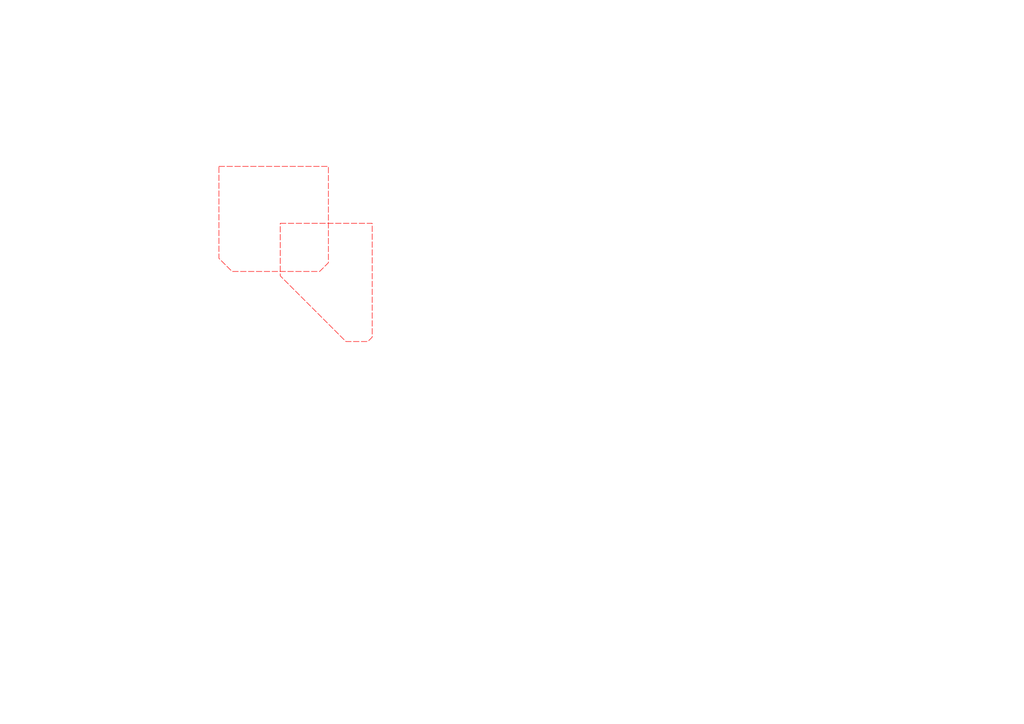
<source format=kicad_sch>
(kicad_sch
	(version 20240417)
	(generator "eeschema")
	(generator_version "8.99")
	(uuid "e77939c4-758d-4d0c-a6e5-dc441c8c54c9")
	(paper "A4")
	(lib_symbols)
	(rule_area
		(polyline
			(pts
				(xy 81.28 64.77) (xy 107.95 64.77) (xy 107.95 97.79) (xy 106.68 99.06) (xy 100.33 99.06) (xy 81.28 80.01)
			)
			(stroke
				(width 0)
				(type dash)
			)
			(fill
				(type none)
			)
			(uuid 29482117-50fb-4bf0-9227-b57a2a024196)
		)
	)
	(rule_area
		(polyline
			(pts
				(xy 63.5 48.26) (xy 95.25 48.26) (xy 95.25 76.2) (xy 92.71 78.74) (xy 67.31 78.74) (xy 63.5 74.93)
			)
			(stroke
				(width 0)
				(type dash)
			)
			(fill
				(type none)
			)
			(uuid fb9e0dd5-7b94-4714-b095-086e21d4076e)
		)
	)
	(sheet_instances
		(path "/"
			(page "1")
		)
	)
)

</source>
